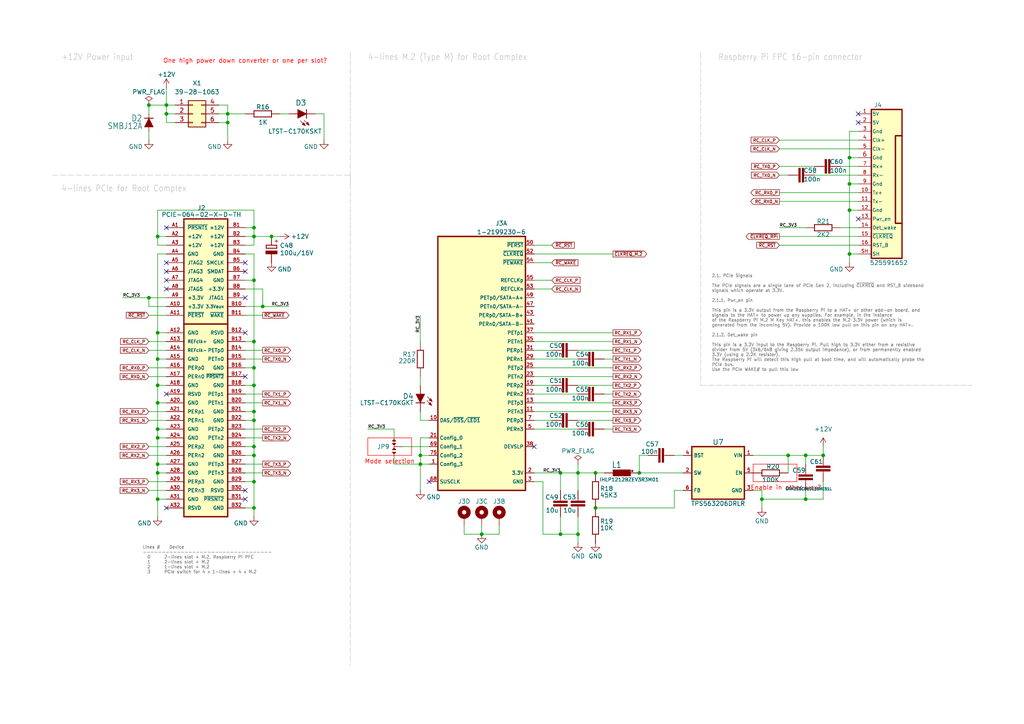
<source format=kicad_sch>
(kicad_sch (version 20231120) (generator "eeschema") (generator_version "8.0")
  (paper "A4")
  (title_block (date "2025-01-28") (rev "r1B1") (company "Chili.CHIPS"))
  (junction (at 185.42 137.16))
  (junction (at 246.38 60.96))
  (junction (at 162.56 137.16))
  (junction (at 121.92 132.08))
  (junction (at 246.38 73.66))
  (junction (at 167.64 154.94))
  (junction (at 73.66 106.68))
  (junction (at 172.72 147.32))
  (junction (at 73.66 121.92))
  (junction (at 78.74 68.58))
  (junction (at 73.66 68.58))
  (junction (at 220.98 144.78))
  (junction (at 233.68 144.78))
  (junction (at 139.7 154.94))
  (junction (at 45.72 116.84))
  (junction (at 228.6 132.08))
  (junction (at 45.72 124.46))
  (junction (at 167.64 137.16))
  (junction (at 73.66 66.04))
  (junction (at 45.72 68.58))
  (junction (at 45.72 96.52))
  (junction (at 233.68 132.08))
  (junction (at 73.66 111.76))
  (junction (at 76.2 88.9))
  (junction (at 73.66 129.54))
  (junction (at 43.18 86.36))
  (junction (at 73.66 99.06))
  (junction (at 43.18 30.48))
  (junction (at 73.66 147.32))
  (junction (at 45.72 134.62))
  (junction (at 45.72 127))
  (junction (at 73.66 132.08))
  (junction (at 45.72 144.78))
  (junction (at 66.04 35.56))
  (junction (at 45.72 111.76))
  (junction (at 246.38 45.72))
  (junction (at 45.72 137.16))
  (junction (at 121.92 134.62))
  (junction (at 73.66 81.28))
  (junction (at 238.76 132.08))
  (junction (at 73.66 119.38))
  (junction (at 48.26 30.48))
  (junction (at 172.72 137.16))
  (junction (at 45.72 104.14))
  (junction (at 246.38 53.34))
  (junction (at 73.66 139.7))
  (junction (at 162.56 154.94))
  (junction (at 66.04 33.02))
  (junction (at 48.26 33.02))
  (no_connect (at 71.12 96.52))
  (no_connect (at 48.26 147.32))
  (no_connect (at 48.26 78.74))
  (no_connect (at 71.12 109.22))
  (no_connect (at 48.26 66.04))
  (no_connect (at 48.26 76.2))
  (no_connect (at 124.46 139.7))
  (no_connect (at 71.12 144.78))
  (no_connect (at 248.92 63.5))
  (no_connect (at 71.12 142.24))
  (no_connect (at 71.12 76.2))
  (no_connect (at 248.92 33.02))
  (no_connect (at 71.12 78.74))
  (no_connect (at 154.94 129.54))
  (no_connect (at 71.12 86.36))
  (no_connect (at 48.26 81.28))
  (no_connect (at 248.92 35.56))
  (no_connect (at 48.26 114.3))
  (no_connect (at 48.26 83.82))
  (wire (pts (xy 71.12 124.46) (xy 76.2 124.46)))
  (wire (pts (xy 198.12 142.24) (xy 195.58 142.24)))
  (wire (pts (xy 45.72 68.58) (xy 45.72 71.12)))
  (wire (pts (xy 71.12 106.68) (xy 73.66 106.68)))
  (wire (pts (xy 45.72 134.62) (xy 45.72 137.16)))
  (wire (pts (xy 233.68 132.08) (xy 228.6 132.08)))
  (wire (pts (xy 187.96 147.32) (xy 172.72 147.32)) (stroke (width 0.1524)))
  (wire (pts (xy 248.92 38.1) (xy 246.38 38.1)))
  (wire (pts (xy 73.66 71.12) (xy 71.12 71.12)))
  (wire (pts (xy 71.12 83.82) (xy 76.2 83.82)))
  (wire (pts (xy 73.66 111.76) (xy 73.66 119.38)))
  (wire (pts (xy 246.38 38.1) (xy 246.38 45.72)))
  (wire (pts (xy 167.64 104.14) (xy 154.94 104.14)))
  (wire (pts (xy 45.72 144.78) (xy 48.26 144.78)))
  (wire (pts (xy 124.46 121.92) (xy 121.92 121.92)))
  (wire (pts (xy 162.56 154.94) (xy 157.48 154.94)))
  (wire (pts (xy 198.12 137.16) (xy 185.42 137.16)))
  (wire (pts (xy 71.12 114.3) (xy 76.2 114.3)))
  (wire (pts (xy 233.68 144.78) (xy 233.68 142.24)))
  (wire (pts (xy 43.18 109.22) (xy 48.26 109.22)))
  (wire (pts (xy 63.5 35.56) (xy 66.04 35.56)))
  (wire (pts (xy 160.02 101.6) (xy 154.94 101.6)))
  (wire (pts (xy 233.68 132.08) (xy 233.68 134.62)))
  (wire (pts (xy 116.84 129.54) (xy 124.46 129.54)))
  (wire (pts (xy 226.06 43.18) (xy 248.92 43.18)))
  (wire (pts (xy 121.92 91.44) (xy 121.92 99.06)))
  (wire (pts (xy 45.72 104.14) (xy 48.26 104.14)))
  (wire (pts (xy 121.92 127) (xy 121.92 132.08)))
  (wire (pts (xy 71.12 101.6) (xy 76.2 101.6)))
  (wire (pts (xy 121.92 134.62) (xy 114.3 134.62)))
  (wire (pts (xy 71.12 116.84) (xy 76.2 116.84)))
  (wire (pts (xy 243.84 66.04) (xy 248.92 66.04)))
  (wire (pts (xy 167.64 142.24) (xy 167.64 137.16)) (stroke (width 0.1524)))
  (wire (pts (xy 177.8 114.3) (xy 175.26 114.3)))
  (wire (pts (xy 71.12 147.32) (xy 73.66 147.32)))
  (wire (pts (xy 226.06 40.64) (xy 248.92 40.64)))
  (wire (pts (xy 73.66 68.58) (xy 78.74 68.58)))
  (wire (pts (xy 167.64 154.94) (xy 162.56 154.94)))
  (wire (pts (xy 106.68 124.46) (xy 114.3 124.46)))
  (wire (pts (xy 243.84 48.26) (xy 248.92 48.26)))
  (wire (pts (xy 45.72 73.66) (xy 45.72 96.52)))
  (wire (pts (xy 218.44 142.24) (xy 220.98 142.24)))
  (wire (pts (xy 73.66 139.7) (xy 73.66 147.32)))
  (wire (pts (xy 73.66 81.28) (xy 73.66 99.06)))
  (wire (pts (xy 160.02 111.76) (xy 154.94 111.76)))
  (wire (pts (xy 154.94 73.66) (xy 177.8 73.66)))
  (wire (pts (xy 76.2 88.9) (xy 83.82 88.9)))
  (wire (pts (xy 81.28 33.02) (xy 83.82 33.02)))
  (wire (pts (xy 139.7 154.94) (xy 134.62 154.94)))
  (wire (pts (xy 195.58 147.32) (xy 187.96 147.32)))
  (wire (pts (xy 73.66 132.08) (xy 73.66 139.7)))
  (wire (pts (xy 48.26 35.56) (xy 48.26 33.02)))
  (wire (pts (xy 226.06 58.42) (xy 248.92 58.42)))
  (wire (pts (xy 45.72 104.14) (xy 45.72 111.76)))
  (wire (pts (xy 73.66 147.32) (xy 73.66 149.86)))
  (wire (pts (xy 238.76 132.08) (xy 233.68 132.08)))
  (wire (pts (xy 177.8 104.14) (xy 175.26 104.14)))
  (wire (pts (xy 160.02 83.82) (xy 154.94 83.82)))
  (wire (pts (xy 48.26 73.66) (xy 45.72 73.66)))
  (wire (pts (xy 114.3 124.46) (xy 114.3 127)))
  (wire (pts (xy 73.66 60.96) (xy 73.66 66.04)))
  (wire (pts (xy 233.68 144.78) (xy 238.76 144.78)))
  (wire (pts (xy 71.12 88.9) (xy 76.2 88.9)))
  (wire (pts (xy 93.98 33.02) (xy 91.44 33.02)))
  (wire (pts (xy 50.8 30.48) (xy 48.26 30.48)))
  (wire (pts (xy 76.2 83.82) (xy 76.2 88.9)))
  (wire (pts (xy 43.18 86.36) (xy 35.56 86.36)))
  (wire (pts (xy 220.98 142.24) (xy 220.98 144.78)))
  (wire (pts (xy 172.72 137.16) (xy 167.64 137.16)) (stroke (width 0.1524)))
  (wire (pts (xy 228.6 132.08) (xy 218.44 132.08)))
  (wire (pts (xy 154.94 76.2) (xy 160.02 76.2)))
  (wire (pts (xy 177.8 121.92) (xy 167.64 121.92)))
  (wire (pts (xy 226.06 66.04) (xy 233.68 66.04)))
  (wire (pts (xy 71.12 121.92) (xy 73.66 121.92)))
  (wire (pts (xy 144.78 154.94) (xy 139.7 154.94)))
  (wire (pts (xy 177.8 99.06) (xy 154.94 99.06)))
  (wire (pts (xy 246.38 73.66) (xy 246.38 76.2)))
  (wire (pts (xy 45.72 111.76) (xy 48.26 111.76)))
  (wire (pts (xy 160.02 121.92) (xy 154.94 121.92)))
  (wire (pts (xy 43.18 99.06) (xy 48.26 99.06)))
  (wire (pts (xy 43.18 121.92) (xy 48.26 121.92)))
  (wire (pts (xy 45.72 127) (xy 45.72 134.62)))
  (wire (pts (xy 43.18 91.44) (xy 48.26 91.44)))
  (wire (pts (xy 71.12 66.04) (xy 73.66 66.04)))
  (wire (pts (xy 71.12 111.76) (xy 73.66 111.76)))
  (wire (pts (xy 43.18 119.38) (xy 48.26 119.38)))
  (wire (pts (xy 73.66 73.66) (xy 73.66 81.28)))
  (wire (pts (xy 50.8 35.56) (xy 48.26 35.56)))
  (wire (pts (xy 177.8 116.84) (xy 154.94 116.84)))
  (wire (pts (xy 121.92 134.62) (xy 121.92 142.24)))
  (wire (pts (xy 45.72 137.16) (xy 45.72 144.78)))
  (wire (pts (xy 121.92 109.22) (xy 121.92 111.76)))
  (wire (pts (xy 167.64 134.62) (xy 167.64 137.16)))
  (wire (pts (xy 43.18 139.7) (xy 48.26 139.7)))
  (wire (pts (xy 73.66 99.06) (xy 73.66 106.68)))
  (wire (pts (xy 43.18 106.68) (xy 48.26 106.68)))
  (wire (pts (xy 43.18 30.48) (xy 43.18 33.02)))
  (wire (pts (xy 71.12 132.08) (xy 73.66 132.08)))
  (wire (pts (xy 246.38 60.96) (xy 246.38 73.66)))
  (wire (pts (xy 220.98 144.78) (xy 233.68 144.78)))
  (wire (pts (xy 160.02 71.12) (xy 154.94 71.12)))
  (wire (pts (xy 177.8 101.6) (xy 167.64 101.6)))
  (wire (pts (xy 167.64 149.86) (xy 167.64 154.94)) (stroke (width 0.1524)))
  (wire (pts (xy 236.22 50.8) (xy 248.92 50.8)))
  (wire (pts (xy 177.8 96.52) (xy 154.94 96.52)))
  (wire (pts (xy 73.66 66.04) (xy 73.66 68.58)))
  (wire (pts (xy 226.06 71.12) (xy 248.92 71.12)))
  (wire (pts (xy 71.12 68.58) (xy 73.66 68.58)))
  (wire (pts (xy 43.18 132.08) (xy 48.26 132.08)))
  (polyline (pts (xy 203.2 111.76) (xy 281.94 111.76)) (stroke (width 0.1524) (type dash) (color 194 194 194 1)))
  (wire (pts (xy 48.26 86.36) (xy 43.18 86.36)))
  (wire (pts (xy 139.7 152.4) (xy 139.7 154.94)))
  (wire (pts (xy 45.72 60.96) (xy 73.66 60.96)))
  (wire (pts (xy 66.04 30.48) (xy 66.04 33.02)))
  (wire (pts (xy 246.38 60.96) (xy 248.92 60.96)))
  (wire (pts (xy 45.72 124.46) (xy 48.26 124.46)))
  (wire (pts (xy 134.62 152.4) (xy 134.62 154.94)))
  (wire (pts (xy 167.64 137.16) (xy 162.56 137.16)) (stroke (width 0.1524)))
  (wire (pts (xy 121.92 132.08) (xy 121.92 134.62)))
  (wire (pts (xy 187.96 132.08) (xy 185.42 132.08)) (stroke (width 0.1524)))
  (wire (pts (xy 45.72 116.84) (xy 45.72 124.46)))
  (wire (pts (xy 45.72 144.78) (xy 45.72 149.86)))
  (wire (pts (xy 45.72 134.62) (xy 48.26 134.62)))
  (wire (pts (xy 185.42 132.08) (xy 185.42 137.16)) (stroke (width 0.1524)))
  (wire (pts (xy 177.8 124.46) (xy 175.26 124.46)))
  (wire (pts (xy 226.06 50.8) (xy 228.6 50.8)))
  (wire (pts (xy 73.66 119.38) (xy 73.66 121.92)))
  (wire (pts (xy 246.38 45.72) (xy 248.92 45.72)))
  (wire (pts (xy 48.26 68.58) (xy 45.72 68.58)))
  (wire (pts (xy 48.26 88.9) (xy 43.18 88.9)))
  (wire (pts (xy 73.66 106.68) (xy 73.66 111.76)))
  (wire (pts (xy 124.46 134.62) (xy 121.92 134.62)))
  (wire (pts (xy 195.58 142.24) (xy 195.58 147.32)))
  (wire (pts (xy 238.76 144.78) (xy 238.76 139.7)))
  (wire (pts (xy 45.72 116.84) (xy 48.26 116.84)))
  (wire (pts (xy 71.12 119.38) (xy 73.66 119.38)))
  (wire (pts (xy 114.3 134.62) (xy 114.3 132.08)))
  (wire (pts (xy 226.06 48.26) (xy 236.22 48.26)))
  (wire (pts (xy 177.8 111.76) (xy 167.64 111.76)))
  (wire (pts (xy 246.38 53.34) (xy 248.92 53.34)))
  (wire (pts (xy 162.56 137.16) (xy 162.56 142.24)))
  (wire (pts (xy 177.8 119.38) (xy 154.94 119.38)))
  (wire (pts (xy 73.66 121.92) (xy 73.66 129.54)))
  (wire (pts (xy 48.26 25.4) (xy 48.26 30.48)))
  (wire (pts (xy 248.92 73.66) (xy 246.38 73.66)))
  (wire (pts (xy 124.46 132.08) (xy 121.92 132.08)))
  (wire (pts (xy 157.48 139.7) (xy 157.48 154.94)))
  (wire (pts (xy 45.72 111.76) (xy 45.72 116.84)))
  (wire (pts (xy 45.72 137.16) (xy 48.26 137.16)))
  (wire (pts (xy 162.56 149.86) (xy 162.56 154.94)))
  (wire (pts (xy 246.38 45.72) (xy 246.38 53.34)))
  (wire (pts (xy 48.26 30.48) (xy 43.18 30.48)))
  (wire (pts (xy 154.94 139.7) (xy 157.48 139.7)))
  (wire (pts (xy 73.66 129.54) (xy 73.66 132.08)))
  (wire (pts (xy 66.04 33.02) (xy 71.12 33.02)))
  (wire (pts (xy 43.18 38.1) (xy 43.18 40.64)))
  (wire (pts (xy 43.18 142.24) (xy 48.26 142.24)))
  (wire (pts (xy 43.18 101.6) (xy 48.26 101.6)))
  (wire (pts (xy 43.18 88.9) (xy 43.18 86.36)))
  (wire (pts (xy 66.04 33.02) (xy 66.04 35.56)))
  (wire (pts (xy 78.74 68.58) (xy 81.28 68.58)))
  (wire (pts (xy 93.98 33.02) (xy 93.98 40.64)))
  (wire (pts (xy 160.02 81.28) (xy 154.94 81.28)))
  (wire (pts (xy 71.12 81.28) (xy 73.66 81.28)))
  (wire (pts (xy 167.64 114.3) (xy 154.94 114.3)))
  (wire (pts (xy 63.5 33.02) (xy 66.04 33.02)))
  (wire (pts (xy 71.12 104.14) (xy 76.2 104.14)))
  (wire (pts (xy 45.72 127) (xy 48.26 127)))
  (wire (pts (xy 226.06 68.58) (xy 248.92 68.58)))
  (wire (pts (xy 71.12 91.44) (xy 76.2 91.44)))
  (wire (pts (xy 66.04 35.56) (xy 66.04 40.64)))
  (wire (pts (xy 238.76 129.54) (xy 238.76 132.08)))
  (polyline (pts (xy 203.2 15.24) (xy 203.2 111.76)) (stroke (width 0.1524) (type dash) (color 194 194 194 1)))
  (wire (pts (xy 228.6 132.08) (xy 228.6 137.16)))
  (wire (pts (xy 175.26 137.16) (xy 172.72 137.16)) (stroke (width 0.1524)))
  (wire (pts (xy 45.72 96.52) (xy 48.26 96.52)))
  (wire (pts (xy 71.12 129.54) (xy 73.66 129.54)))
  (wire (pts (xy 71.12 137.16) (xy 76.2 137.16)))
  (wire (pts (xy 177.8 109.22) (xy 154.94 109.22)))
  (wire (pts (xy 71.12 134.62) (xy 76.2 134.62)))
  (wire (pts (xy 167.64 124.46) (xy 154.94 124.46)))
  (polyline (pts (xy 101.6 50.8) (xy 101.6 193.04)) (stroke (width 0.1524) (type dash) (color 194 194 194 1)))
  (wire (pts (xy 246.38 53.34) (xy 246.38 60.96)))
  (wire (pts (xy 121.92 121.92) (xy 121.92 119.38)))
  (polyline (pts (xy 101.6 15.24) (xy 101.6 53.34)) (stroke (width 0.1524) (type dash) (color 194 194 194 1)))
  (wire (pts (xy 45.72 71.12) (xy 48.26 71.12)))
  (wire (pts (xy 45.72 96.52) (xy 45.72 104.14)))
  (wire (pts (xy 71.12 139.7) (xy 73.66 139.7)))
  (wire (pts (xy 63.5 30.48) (xy 66.04 30.48)))
  (wire (pts (xy 144.78 152.4) (xy 144.78 154.94)))
  (wire (pts (xy 71.12 99.06) (xy 73.66 99.06)))
  (wire (pts (xy 167.64 154.94) (xy 167.64 157.48)))
  (wire (pts (xy 73.66 68.58) (xy 73.66 71.12)))
  (polyline (pts (xy 15.24 50.8) (xy 101.6 50.8)) (stroke (width 0.1524) (type dash) (color 194 194 194 1)))
  (wire (pts (xy 226.06 55.88) (xy 248.92 55.88)))
  (wire (pts (xy 71.12 127) (xy 76.2 127)))
  (wire (pts (xy 45.72 124.46) (xy 45.72 127)))
  (wire (pts (xy 48.26 33.02) (xy 48.26 30.48)))
  (wire (pts (xy 220.98 144.78) (xy 220.98 147.32)))
  (wire (pts (xy 198.12 132.08) (xy 195.58 132.08)))
  (wire (pts (xy 177.8 106.68) (xy 154.94 106.68)))
  (wire (pts (xy 124.46 127) (xy 121.92 127)))
  (wire (pts (xy 48.26 33.02) (xy 50.8 33.02)))
  (wire (pts (xy 45.72 68.58) (xy 45.72 60.96)))
  (wire (pts (xy 71.12 73.66) (xy 73.66 73.66)))
  (wire (pts (xy 162.56 137.16) (xy 154.94 137.16)))
  (wire (pts (xy 43.18 129.54) (xy 48.26 129.54)))
  (rectangle (start 106.68 127) (end 119.38 132.08) (stroke (width 0) (color 255 0 0 1)))
  (rectangle (start 218.44 134.62) (end 231.14 139.7) (stroke (width 0) (color 255 0 0 1)))
  (text_box "Lines #    Device\n----------------------------------\n  0      2-lines slot + M.2, Raspberry Pi PFC    \n  1      2-lines slot + M.2\n  2      1-lines slot + M.2\n  3      PCIe switch for 4 x 1-lines + 4 x M.2" (at 40.64 157.48 0) (size 40.64 10.16) (stroke (width -0.0001)) (effects (font (size 0.889 0.889)) (justify left top)))
  (text_box "2.1. PCIe Signals\n\nThe PCIe signals are a single lane of PCIe Gen 2, including ~{CLKREQ} and RST_B sideband signals which operate at 3.3V.\n\n2.1.1. Pwr_en pin\n\nThis pin is a 3.3V output from the Raspberry Pi to a HAT+ or other add-on board, and signals to the HAT+ to power up any supplies. For example, in the instance \nof the Raspberry Pi M.2 M Key HAT+, this enables the M.2 3.3V power (which is generated from the incoming 5V). Provide a 100K low pull on this pin on any HAT+.\n\n2.1.2. Det_wake pin\n\nThis pin is a 3.3V input to the Raspberry Pi. Pull high to 3.3V either from a resistive divider from 5V (3k6/6k8 giving 2.35k output impedance), or from permanently enabled 3.3V (using a 2.2K resistor). \nThe Raspberry Pi will detect this high pull at boot time, and will automatically probe the PCIe bus.\nUse the PCIe WAKE# to pull this low" (at 205.74 78.74 0) (size 63.5 17.78) (stroke (width -0.0001)) (effects (font (size 0.889 0.889)) (justify left top)))
  (text "One high power down converter or one per slot?" (at 71.12 17.78 0) (effects (font (size 1.27 1.27))))
  (text "+12V Power input" (at 17.78 17.78 0) (effects (font (size 1.778 1.5113)) (justify left bottom)))
  (text "Mode selection" (at 113.03 133.985 0) (effects (font (size 1.27 1.27))))
  (text "Raspberry Pi FPC 16-pin connector" (at 208.28 17.78 0) (effects (font (size 1.778 1.5113)) (justify left bottom)))
  (text "4-lines PCIe for Root Complex" (at 17.78 55.88 0) (effects (font (size 1.778 1.5113)) (justify left bottom)))
  (text "4-lines M.2 (Type M) for Root Complex" (at 106.68 17.78 0) (effects (font (size 1.778 1.5113)) (justify left bottom)))
  (text "Enable in other way?" (at 227.965 141.605 0) (effects (font (size 1.27 1.27))))
  (label "RC_3V3" (at 83.82 88.9 180) (effects (font (size 0.889 0.889))))
  (label "RC_3V3" (at 157.48 137.16 0) (effects (font (size 0.889 0.889))))
  (label "RC_3V3" (at 121.92 91.44 270) (effects (font (size 0.889 0.889))))
  (label "RC_3V3" (at 226.06 66.04 0) (effects (font (size 0.889 0.889))))
  (label "RC_3V3" (at 35.56 86.36 0) (effects (font (size 0.889 0.889))))
  (label "RC_3V3" (at 106.68 124.46 0) (effects (font (size 0.889 0.889))))
  (global_label "RC_CLK_N" (shape input) (at 43.18 101.6 180) (effects (font (size 0.889 0.889))) (property "Intersheetrefs" "${INTERSHEET_REFS}" (effects (hide yes))))
  (global_label "~{RC_WAKE}" (shape input) (at 160.02 76.2 0) (effects (font (size 0.889 0.889))) (property "Intersheetrefs" "${INTERSHEET_REFS}" (effects (hide yes))))
  (global_label "RC_TX1_N" (shape output) (at 76.2 116.84 0) (effects (font (size 0.889 0.889))) (property "Intersheetrefs" "${INTERSHEET_REFS}" (effects (hide yes))))
  (global_label "RC_TX0_P" (shape output) (at 76.2 101.6 0) (effects (font (size 0.889 0.889))) (property "Intersheetrefs" "${INTERSHEET_REFS}" (effects (hide yes))))
  (global_label "RC_RX3_N" (shape input) (at 43.18 142.24 180) (effects (font (size 0.889 0.889))) (property "Intersheetrefs" "${INTERSHEET_REFS}" (effects (hide yes))))
  (global_label "RC_RX1_P" (shape output) (at 177.8 96.52 0) (effects (font (size 0.889 0.889))) (property "Intersheetrefs" "${INTERSHEET_REFS}" (effects (hide yes))))
  (global_label "RC_TX2_P" (shape output) (at 76.2 124.46 0) (effects (font (size 0.889 0.889))) (property "Intersheetrefs" "${INTERSHEET_REFS}" (effects (hide yes))))
  (global_label "RC_RX1_P" (shape input) (at 43.18 119.38 180) (effects (font (size 0.889 0.889))) (property "Intersheetrefs" "${INTERSHEET_REFS}" (effects (hide yes))))
  (global_label "RC_RX3_N" (shape output) (at 177.8 119.38 0) (effects (font (size 0.889 0.889))) (property "Intersheetrefs" "${INTERSHEET_REFS}" (effects (hide yes))))
  (global_label "RC_TX1_P" (shape output) (at 177.8 101.6 0) (effects (font (size 0.889 0.889))) (property "Intersheetrefs" "${INTERSHEET_REFS}" (effects (hide yes))))
  (global_label "RC_RX0_N" (shape input) (at 43.18 109.22 180) (effects (font (size 0.889 0.889))) (property "Intersheetrefs" "${INTERSHEET_REFS}" (effects (hide yes))))
  (global_label "RC_TX0_P" (shape input) (at 226.06 48.26 180) (effects (font (size 0.889 0.889))) (property "Intersheetrefs" "${INTERSHEET_REFS}" (effects (hide yes))))
  (global_label "RC_RX2_N" (shape output) (at 177.8 109.22 0) (effects (font (size 0.889 0.889))) (property "Intersheetrefs" "${INTERSHEET_REFS}" (effects (hide yes))))
  (global_label "~{RC_RST}" (shape input) (at 43.18 91.44 180) (effects (font (size 0.889 0.889))) (property "Intersheetrefs" "${INTERSHEET_REFS}" (effects (hide yes))))
  (global_label "RC_TX2_P" (shape output) (at 177.8 111.76 0) (effects (font (size 0.889 0.889))) (property "Intersheetrefs" "${INTERSHEET_REFS}" (effects (hide yes))))
  (global_label "RC_CLK_N" (shape input) (at 160.02 83.82 0) (effects (font (size 0.889 0.889))) (property "Intersheetrefs" "${INTERSHEET_REFS}" (effects (hide yes))))
  (global_label "RC_CLK_P" (shape input) (at 160.02 81.28 0) (effects (font (size 0.889 0.889))) (property "Intersheetrefs" "${INTERSHEET_REFS}" (effects (hide yes))))
  (global_label "RC_TX2_N" (shape output) (at 177.8 114.3 0) (effects (font (size 0.889 0.889))) (property "Intersheetrefs" "${INTERSHEET_REFS}" (effects (hide yes))))
  (global_label "RC_CLK_N" (shape input) (at 226.06 43.18 180) (effects (font (size 0.889 0.889))) (property "Intersheetrefs" "${INTERSHEET_REFS}" (effects (hide yes))))
  (global_label "RC_TX0_N" (shape output) (at 76.2 104.14 0) (effects (font (size 0.889 0.889))) (property "Intersheetrefs" "${INTERSHEET_REFS}" (effects (hide yes))))
  (global_label "~{CLKREQ_M.2}" (shape output) (at 177.8 73.66 0) (effects (font (size 0.889 0.889))) (property "Intersheetrefs" "${INTERSHEET_REFS}" (effects (hide yes))))
  (global_label "RC_RX3_P" (shape input) (at 43.18 139.7 180) (effects (font (size 0.889 0.889))) (property "Intersheetrefs" "${INTERSHEET_REFS}" (effects (hide yes))))
  (global_label "~{RC_RST}" (shape input) (at 226.06 71.12 180) (effects (font (size 0.889 0.889))) (property "Intersheetrefs" "${INTERSHEET_REFS}" (effects (hide yes))))
  (global_label "RC_RX0_N" (shape output) (at 226.06 58.42 180) (effects (font (size 0.889 0.889))) (property "Intersheetrefs" "${INTERSHEET_REFS}" (effects (hide yes))))
  (global_label "RC_CLK_P" (shape input) (at 43.18 99.06 180) (effects (font (size 0.889 0.889))) (property "Intersheetrefs" "${INTERSHEET_REFS}" (effects (hide yes))))
  (global_label "RC_TX3_P" (shape output) (at 76.2 134.62 0) (effects (font (size 0.889 0.889))) (property "Intersheetrefs" "${INTERSHEET_REFS}" (effects (hide yes))))
  (global_label "RC_TX2_N" (shape output) (at 76.2 127 0) (effects (font (size 0.889 0.889))) (property "Intersheetrefs" "${INTERSHEET_REFS}" (effects (hide yes))))
  (global_label "RC_TX3_P" (shape output) (at 177.8 121.92 0) (effects (font (size 0.889 0.889))) (property "Intersheetrefs" "${INTERSHEET_REFS}" (effects (hide yes))))
  (global_label "RC_RX3_P" (shape output) (at 177.8 116.84 0) (effects (font (size 0.889 0.889))) (property "Intersheetrefs" "${INTERSHEET_REFS}" (effects (hide yes))))
  (global_label "RC_TX1_N" (shape output) (at 177.8 104.14 0) (effects (font (size 0.889 0.889))) (property "Intersheetrefs" "${INTERSHEET_REFS}" (effects (hide yes))))
  (global_label "~{RC_RST}" (shape input) (at 160.02 71.12 0) (effects (font (size 0.889 0.889))) (property "Intersheetrefs" "${INTERSHEET_REFS}" (effects (hide yes))))
  (global_label "RC_TX0_N" (shape input) (at 226.06 50.8 180) (effects (font (size 0.889 0.889))) (property "Intersheetrefs" "${INTERSHEET_REFS}" (effects (hide yes))))
  (global_label "RC_RX2_N" (shape input) (at 43.18 132.08 180) (effects (font (size 0.889 0.889))) (property "Intersheetrefs" "${INTERSHEET_REFS}" (effects (hide yes))))
  (global_label "RC_RX1_N" (shape input) (at 43.18 121.92 180) (effects (font (size 0.889 0.889))) (property "Intersheetrefs" "${INTERSHEET_REFS}" (effects (hide yes))))
  (global_label "RC_RX0_P" (shape output) (at 226.06 55.88 180) (effects (font (size 0.889 0.889))) (property "Intersheetrefs" "${INTERSHEET_REFS}" (effects (hide yes))))
  (global_label "RC_TX3_N" (shape output) (at 177.8 124.46 0) (effects (font (size 0.889 0.889))) (property "Intersheetrefs" "${INTERSHEET_REFS}" (effects (hide yes))))
  (global_label "RC_RX0_P" (shape input) (at 43.18 106.68 180) (effects (font (size 0.889 0.889))) (property "Intersheetrefs" "${INTERSHEET_REFS}" (effects (hide yes))))
  (global_label "~{RC_WAKE}" (shape output) (at 76.2 91.44 0) (effects (font (size 0.889 0.889))) (property "Intersheetrefs" "${INTERSHEET_REFS}" (effects (hide yes))))
  (global_label "RC_RX2_P" (shape output) (at 177.8 106.68 0) (effects (font (size 0.889 0.889))) (property "Intersheetrefs" "${INTERSHEET_REFS}" (effects (hide yes))))
  (global_label "RC_CLK_P" (shape input) (at 226.06 40.64 180) (effects (font (size 0.889 0.889))) (property "Intersheetrefs" "${INTERSHEET_REFS}" (effects (hide yes))))
  (global_label "RC_RX2_P" (shape input) (at 43.18 129.54 180) (effects (font (size 0.889 0.889))) (property "Intersheetrefs" "${INTERSHEET_REFS}" (effects (hide yes))))
  (global_label "RC_TX3_N" (shape output) (at 76.2 137.16 0) (effects (font (size 0.889 0.889))) (property "Intersheetrefs" "${INTERSHEET_REFS}" (effects (hide yes))))
  (global_label "~{CLKREQ_RPI}" (shape output) (at 226.06 68.58 180) (effects (font (size 0.889 0.889))) (property "Intersheetrefs" "${INTERSHEET_REFS}" (effects (hide yes))))
  (global_label "RC_TX1_P" (shape output) (at 76.2 114.3 0) (effects (font (size 0.889 0.889))) (property "Intersheetrefs" "${INTERSHEET_REFS}" (effects (hide yes))))
  (global_label "RC_RX1_N" (shape output) (at 177.8 99.06 0) (effects (font (size 0.889 0.889))) (property "Intersheetrefs" "${INTERSHEET_REFS}" (effects (hide yes))))
  (symbol (lib_id "power:GND") (at 93.98 40.64 0) (mirror y) (unit 1)
    (property "Reference" "#PWR053" (effects (hide yes)))
    (property "Value" "GND" (at 90.17 42.545 0))
    (property "Description" "Power symbol creates a global label with name \"GND\" , ground" (effects (hide yes)))
  )
  (symbol (lib_id "PCM_Chili-chips:Raspberry Pi FPC") (at 248.92 33.02 0) (unit 1)
    (property "Reference" "J4" (at 254.635 30.48 0))
    (property "Value" "525591652" (at 257.81 76.2 0))
    (property "Footprint" "PCM_Chili-chips:525591652" (effects (hide yes)))
  )
  (symbol (lib_id "power:GND") (at 167.64 157.48 0) (unit 1)
    (property "Reference" "#PWR056" (effects (hide yes)))
    (property "Value" "GND" (at 167.64 161.29 0))
    (property "Description" "Power symbol creates a global label with name \"GND\" , ground" (effects (hide yes)))
  )
  (symbol (lib_id "PCM_Chili-chips:Bus_M.2_Socket (with holes) 80 mm") (at 139.7 152.4 0) (mirror y) (unit 3)
    (property "Reference" "J3" (at 139.7 145.415 0))
    (property "Value" "1-2199230-6" (effects (hide yes)))
    (property "Footprint" "PCM_Chili-chips:1-2199230-6 with holes (80 mm)" (effects (hide yes)))
  )
  (symbol (lib_id "power:GND") (at 73.66 149.86 0) (mirror y) (unit 1)
    (property "Reference" "#PWR050" (effects (hide yes)))
    (property "Value" "GND" (at 69.85 151.765 0))
    (property "Description" "Power symbol creates a global label with name \"GND\" , ground" (effects (hide yes)))
  )
  (symbol (lib_id "PCM_EEZ_passives:R-EU") (at 172.72 152.4 0) (unit 1)
    (property "Reference" "R19" (at 173.99 150.495 0) (effects (justify left top)))
    (property "Value" "10K" (at 173.99 152.4 0) (effects (justify left top)))
    (property "Footprint" "PCM_EEZ_passives:R_0603_1608Metric" (effects (hide yes)))
    (property "DigiKey" "13-RC0603FR-1310KLCT-ND" (effects (hide yes)))
    (property "Mouser" "603-RC0603FR-1310KL" (effects (hide yes)))
    (property "TME" "RC0603FR-1310KL" (effects (hide yes)))
  )
  (symbol (lib_id "PCM_EEZ_passives:C-EU") (at 167.64 147.32 0) (mirror x) (unit 1)
    (property "Reference" "C53" (at 167.132 144.9324 0) (effects (justify right top)))
    (property "Value" "10u" (at 167.132 148.7424 0) (effects (justify right top)))
    (property "Footprint" "PCM_EEZ_passives:C_0805_2012Metric" (effects (hide yes)))
    (property "DigiKey" "1276-1052-6-ND" (effects (hide yes)))
    (property "Mouser" "187-CL21A106KPFNNNE" (effects (hide yes)))
    (property "TME" "CL21A106KPFNNNE" (effects (hide yes)))
  )
  (symbol (lib_id "PCM_EEZ_passives:C-EU") (at 172.72 114.3 270) (mirror x) (unit 1)
    (property "Reference" "C55" (at 170.815 113.665 90) (effects (justify right top)))
    (property "Value" "100n" (at 170.815 116.205 90) (effects (justify right top)))
    (property "Footprint" "PCM_EEZ_passives:C_0603_1608Metric" (effects (hide yes)))
    (property "DigiKey" "1276-1000-1-ND" (effects (hide yes)))
    (property "Mouser" "187-CL10B104KB8NNNC " (effects (hide yes)))
    (property "TME" "CL10B104KB8NNNC" (effects (hide yes)))
  )
  (symbol (lib_id "PCM_EEZ_passives:C-EU") (at 172.72 104.14 270) (mirror x) (unit 1)
    (property "Reference" "C54" (at 170.815 103.505 90) (effects (justify right top)))
    (property "Value" "100n" (at 170.815 106.045 90) (effects (justify right top)))
    (property "Footprint" "PCM_EEZ_passives:C_0603_1608Metric" (effects (hide yes)))
    (property "DigiKey" "1276-1000-1-ND" (effects (hide yes)))
    (property "Mouser" "187-CL10B104KB8NNNC " (effects (hide yes)))
    (property "TME" "CL10B104KB8NNNC" (effects (hide yes)))
  )
  (symbol (lib_id "power:GND") (at 220.98 147.32 0) (unit 1)
    (property "Reference" "#PWR058" (effects (hide yes)))
    (property "Value" "GND" (at 220.98 151.13 0))
    (property "Description" "Power symbol creates a global label with name \"GND\" , ground" (effects (hide yes)))
  )
  (symbol (lib_id "PCM_EEZ_passives:R-EU") (at 223.52 137.16 270) (unit 1)
    (property "Reference" "R20" (at 222.25 134.62 90) (effects (justify left top)))
    (property "Value" "100K" (at 220.98 138.43 90) (effects (justify left top)))
    (property "Footprint" "PCM_EEZ_passives:R_0603_1608Metric" (effects (hide yes)))
    (property "DigiKey" "P52.3KDBCT-ND" (effects (hide yes)))
    (property "Mouser" "667-ERA-3AEB5232V" (effects (hide yes)))
    (property "TME" "ERA3AEB5232V" (effects (hide yes)))
  )
  (symbol (lib_id "PCM_Chili-chips:Bus_M.2_Socket (with holes) 80 mm") (at 144.78 152.4 0) (mirror y) (unit 2)
    (property "Reference" "J3" (at 144.78 145.415 0))
    (property "Value" "1-2199230-6" (effects (hide yes)))
    (property "Footprint" "PCM_Chili-chips:1-2199230-6 with holes (80 mm)" (effects (hide yes)))
  )
  (symbol (lib_id "power:PWR_FLAG") (at 167.64 134.62 0) (mirror y) (unit 1)
    (property "Reference" "#FLG02" (effects (hide yes)))
    (property "Value" "PWR_FLAG" (at 167.64 130.81 0))
    (property "Description" "Special symbol for telling ERC where power comes from" (effects (hide yes)))
  )
  (symbol (lib_id "power:GND") (at 172.72 157.48 0) (unit 1)
    (property "Reference" "#PWR057" (effects (hide yes)))
    (property "Value" "GND" (at 172.72 161.29 0))
    (property "Description" "Power symbol creates a global label with name \"GND\" , ground" (effects (hide yes)))
  )
  (symbol (lib_id "PCM_EEZ_passives:R-EU") (at 172.72 142.24 0) (unit 1)
    (property "Reference" "R18" (at 173.99 140.97 0) (effects (justify left top)))
    (property "Value" "45K3" (at 173.99 142.875 0) (effects (justify left top)))
    (property "Footprint" "PCM_EEZ_passives:R_0603_1608Metric" (effects (hide yes)))
    (property "DigiKey" "P52.3KDBCT-ND" (effects (hide yes)))
    (property "Mouser" "667-ERA-3AEB5232V" (effects (hide yes)))
    (property "TME" "ERA3AEB5232V" (effects (hide yes)))
  )
  (symbol (lib_id "PCM_EEZ_passives:R-EU") (at 76.2 33.02 270) (mirror x) (unit 1)
    (property "Reference" "R16" (at 74.295 31.75 90) (effects (justify left top)))
    (property "Value" "1K" (at 74.93 36.195 90) (effects (justify left top)))
    (property "Footprint" "PCM_EEZ_passives:R_0603_1608Metric" (effects (hide yes)))
  )
  (symbol (lib_id "PCM_EEZ_passives:C-EU") (at 165.1 111.76 270) (mirror x) (unit 1)
    (property "Reference" "C51" (at 163.195 111.125 90) (effects (justify right top)))
    (property "Value" "100n" (at 163.195 113.665 90) (effects (justify right top)))
    (property "Footprint" "PCM_EEZ_passives:C_0603_1608Metric" (effects (hide yes)))
    (property "DigiKey" "1276-1000-1-ND" (effects (hide yes)))
    (property "Mouser" "187-CL10B104KB8NNNC " (effects (hide yes)))
    (property "TME" "CL10B104KB8NNNC" (effects (hide yes)))
  )
  (symbol (lib_id "PCM_EEZ_passives:C-EU") (at 238.76 48.26 90) (unit 1)
    (property "Reference" "C60" (at 240.665 47.625 90) (effects (justify right top)))
    (property "Value" "100n" (at 240.665 50.165 90) (effects (justify right top)))
    (property "Footprint" "PCM_EEZ_passives:C_0603_1608Metric" (effects (hide yes)))
    (property "DigiKey" "1276-1000-1-ND" (effects (hide yes)))
    (property "Mouser" "187-CL10B104KB8NNNC " (effects (hide yes)))
    (property "TME" "CL10B104KB8NNNC" (effects (hide yes)))
  )
  (symbol (lib_id "PCM_Chili-chips:Bus_M.2_Socket (with holes) 80 mm") (at 134.62 152.4 0) (mirror y) (unit 4)
    (property "Reference" "J3" (at 134.62 145.415 0))
    (property "Value" "1-2199230-6" (effects (hide yes)))
    (property "Footprint" "PCM_Chili-chips:1-2199230-6 with holes (80 mm)" (effects (hide yes)))
  )
  (symbol (lib_id "PCM_EEZ_passives:L_EU_polarised") (at 180.34 137.16 0) (mirror y) (unit 1)
    (property "Reference" "L1" (at 180.34 135.7884 0) (effects (font (size 1.778 1.5113)) (justify left bottom)))
    (property "Value" "IHLP1212BZEV3R3M01" (at 191.135 139.7 0) (effects (font (size 1.016 1.016)) (justify left bottom)))
    (property "Footprint" "PCM_Chili-chips:IND_IHLP1212BZER3R3M11" (effects (hide yes)))
    (property "TME" "-" (effects (hide yes)))
  )
  (symbol (lib_id "PCM_EEZ_passives:R-EU") (at 238.76 66.04 270) (unit 1)
    (property "Reference" "R21" (at 236.855 63.5 90) (effects (justify left top)))
    (property "Value" "2K2" (at 236.855 67.31 90) (effects (justify left top)))
    (property "Footprint" "PCM_EEZ_passives:R_0603_1608Metric" (effects (hide yes)))
    (property "DigiKey" "P52.3KDBCT-ND" (effects (hide yes)))
    (property "Mouser" "667-ERA-3AEB5232V" (effects (hide yes)))
    (property "TME" "ERA3AEB5232V" (effects (hide yes)))
  )
  (symbol (lib_id "PCM_EEZ_passives:ECAP") (at 78.74 71.12 0) (mirror y) (unit 1)
    (property "Reference" "C48" (at 81.153 70.485 0) (effects (justify right top)))
    (property "Value" "100u/16V" (at 81.153 72.644 0) (effects (justify right top)))
    (property "Footprint" "PCM_EEZ_passives:CAPAE660X610N" (effects (hide yes)))
    (property "DigiKey" "399-3683-1-ND" (effects (hide yes)))
    (property "Mouser" "80-T491A106K0067280" (effects (hide yes)))
    (property "TME" " T491A106K006AT" (effects (hide yes)))
  )
  (symbol (lib_id "power:GND") (at 121.92 142.24 0) (unit 1)
    (property "Reference" "#PWR054" (effects (hide yes)))
    (property "Value" "GND" (at 125.73 144.145 0))
    (property "Description" "Power symbol creates a global label with name \"GND\" , ground" (effects (hide yes)))
  )
  (symbol (lib_id "PCM_EEZ_discretes:DIODE_LED") (at 88.9 33.02 90) (unit 1)
    (property "Reference" "D3" (at 88.9 29.845 90) (effects (font (size 1.524 1.524)) (justify left)))
    (property "Value" "LTST-C170KSKT" (at 93.345 38.1 90) (effects (justify left)))
    (property "Footprint" "PCM_EEZ_SMD:LED_LTST-C170KGKT_LTO-L" (effects (hide yes)))
    (property "DigiKey" "160-1414-2-ND" (effects (hide yes)))
    (property "Mouser" "859-LTST-C170KGKT" (effects (hide yes)))
    (property "TME" "LTST-C170KGKT" (effects (hide yes)))
  )
  (symbol (lib_id "PCM_EEZ_discretes:DIODE_LED") (at 121.92 116.84 0) (mirror y) (unit 1)
    (property "Reference" "D4" (at 120.015 114.935 0) (effects (font (size 1.524 1.524)) (justify left)))
    (property "Value" "LTST-C170KGKT" (at 120.015 116.84 0) (effects (justify left)))
    (property "Footprint" "PCM_EEZ_SMD:LED_LTST-C170KGKT_LTO-L" (effects (hide yes)))
    (property "DigiKey" "160-1414-2-ND" (effects (hide yes)))
    (property "Mouser" "859-LTST-C170KGKT" (effects (hide yes)))
    (property "TME" "LTST-C170KGKT" (effects (hide yes)))
  )
  (symbol (lib_id "power:+12V") (at 48.26 25.4 0) (unit 1)
    (property "Reference" "#PWR048" (effects (hide yes)))
    (property "Value" "+12V" (at 48.26 21.59 0))
    (property "Description" "Power symbol creates a global label with name \"+12V\"" (effects (hide yes)))
  )
  (symbol (lib_id "power:GND") (at 78.74 76.2 0) (unit 1)
    (property "Reference" "#PWR051" (effects (hide yes)))
    (property "Value" "GND" (at 82.55 78.105 0))
    (property "Description" "Power symbol creates a global label with name \"GND\" , ground" (effects (hide yes)))
  )
  (symbol (lib_id "PCM_Chili-chips:PCIE-064-02-X-D-TH") (at 53.34 63.5 0) (unit 1)
    (property "Reference" "J2" (at 58.42 60.325 0))
    (property "Value" "PCIE-064-02-X-D-TH" (at 58.42 62.23 0))
    (property "Footprint" "PCM_Chili-chips:SAMTEC_PCIE-064-02-X-D-TH" (effects (hide yes)))
    (property "Description" "PCIe card connector, 64-pins" (effects (hide yes)))
  )
  (symbol (lib_id "PCM_Chili-chips:Bus_M.2_Socket (with holes) 80 mm") (at 152.4 68.58 0) (mirror y) (unit 1)
    (property "Reference" "J3" (at 145.415 64.77 0))
    (property "Value" "1-2199230-6" (at 145.415 67.31 0))
    (property "Footprint" "PCM_Chili-chips:1-2199230-6 with holes (80 mm)" (effects (hide yes)))
  )
  (symbol (lib_id "power:GND") (at 139.7 154.94 0) (unit 1)
    (property "Reference" "#PWR055" (effects (hide yes)))
    (property "Value" "GND" (at 139.7 158.75 0))
    (property "Description" "Power symbol creates a global label with name \"GND\" , ground" (effects (hide yes)))
  )
  (symbol (lib_id "power:+12V") (at 238.76 129.54 0) (mirror y) (unit 1)
    (property "Reference" "#PWR059" (effects (hide yes)))
    (property "Value" "+12V" (at 238.76 124.46 0))
    (property "Description" "Power symbol creates a global label with name \"+12V\"" (effects (hide yes)))
  )
  (symbol (lib_id "PCM_EEZ_passives:C-EU") (at 165.1 101.6 270) (mirror x) (unit 1)
    (property "Reference" "C50" (at 163.195 100.965 90) (effects (justify right top)))
    (property "Value" "100n" (at 163.195 103.505 90) (effects (justify right top)))
    (property "Footprint" "PCM_EEZ_passives:C_0603_1608Metric" (effects (hide yes)))
    (property "DigiKey" "1276-1000-1-ND" (effects (hide yes)))
    (property "Mouser" "187-CL10B104KB8NNNC " (effects (hide yes)))
    (property "TME" "CL10B104KB8NNNC" (effects (hide yes)))
  )
  (symbol (lib_id "power:GND") (at 246.38 76.2 0) (mirror y) (unit 1)
    (property "Reference" "#PWR060" (effects (hide yes)))
    (property "Value" "GND" (at 242.57 78.105 0))
    (property "Description" "Power symbol creates a global label with name \"GND\" , ground" (effects (hide yes)))
  )
  (symbol (lib_id "PCM_EEZ_passives:C-EU") (at 231.14 50.8 90) (unit 1)
    (property "Reference" "C58" (at 233.045 50.165 90) (effects (justify right top)))
    (property "Value" "100n" (at 233.045 52.705 90) (effects (justify right top)))
    (property "Footprint" "PCM_EEZ_passives:C_0603_1608Metric" (effects (hide yes)))
    (property "DigiKey" "1276-1000-1-ND" (effects (hide yes)))
    (property "Mouser" "187-CL10B104KB8NNNC " (effects (hide yes)))
    (property "TME" "CL10B104KB8NNNC" (effects (hide yes)))
  )
  (symbol (lib_id "power:GND") (at 43.18 40.64 0) (mirror y) (unit 1)
    (property "Reference" "#PWR046" (effects (hide yes)))
    (property "Value" "GND" (at 39.37 42.545 0))
    (property "Description" "Power symbol creates a global label with name \"GND\" , ground" (effects (hide yes)))
  )
  (symbol (lib_id "PCM_Chili-chips:TPS563202DRLR ") (at 215.9 129.54 0) (mirror y) (unit 1)
    (property "Reference" "U7" (at 208.28 128.27 0) (effects (font (size 1.524 1.524))))
    (property "Value" "TPS563206DRLR" (at 208.28 146.05 0))
    (property "Footprint" "PCM_Chili-chips:SOT_07SDRLR_TEX-L" (effects (hide yes)))
    (property "Description" "4.2V to 17V Input, 3A, Synchronous Buck Converter" (effects (hide yes)))
  )
  (symbol (lib_id "power:+12V") (at 81.28 68.58 270) (unit 1)
    (property "Reference" "#PWR052" (effects (hide yes)))
    (property "Value" "+12V" (at 86.995 68.58 90))
    (property "Description" "Power symbol creates a global label with name \"+12V\"" (effects (hide yes)))
  )
  (symbol (lib_id "power:PWR_FLAG") (at 43.18 30.48 0) (mirror y) (unit 1)
    (property "Reference" "#FLG01" (effects (hide yes)))
    (property "Value" "PWR_FLAG" (at 43.18 26.67 0))
    (property "Description" "Special symbol for telling ERC where power comes from" (effects (hide yes)))
  )
  (symbol (lib_id "power:GND") (at 45.72 149.86 0) (mirror y) (unit 1)
    (property "Reference" "#PWR047" (effects (hide yes)))
    (property "Value" "GND" (at 41.91 151.765 0))
    (property "Description" "Power symbol creates a global label with name \"GND\" , ground" (effects (hide yes)))
  )
  (symbol (lib_id "PCM_EEZ_passives:C-EU") (at 165.1 121.92 270) (mirror x) (unit 1)
    (property "Reference" "C52" (at 163.195 121.285 90) (effects (justify right top)))
    (property "Value" "100n" (at 163.195 123.825 90) (effects (justify right top)))
    (property "Footprint" "PCM_EEZ_passives:C_0603_1608Metric" (effects (hide yes)))
    (property "DigiKey" "1276-1000-1-ND" (effects (hide yes)))
    (property "Mouser" "187-CL10B104KB8NNNC " (effects (hide yes)))
    (property "TME" "CL10B104KB8NNNC" (effects (hide yes)))
  )
  (symbol (lib_id "power:GND") (at 66.04 40.64 0) (mirror y) (unit 1)
    (property "Reference" "#PWR049" (effects (hide yes)))
    (property "Value" "GND" (at 62.23 42.545 0))
    (property "Description" "Power symbol creates a global label with name \"GND\" , ground" (effects (hide yes)))
  )
  (symbol (lib_id "Connector_Generic:Conn_02x03_Top_Bottom") (at 55.88 33.02 0) (unit 1)
    (property "Reference" "X1" (at 57.15 24.13 0))
    (property "Value" "39-28-1063" (at 57.15 26.67 0))
    (property "Footprint" "PCM_Chili-chips:MINIFIT_5566-06A" (effects (hide yes)))
    (property "Description" "Generic connector, double row, 02x03, top/bottom pin numbering scheme (row 1: 1...pins_per_row, row2: pins_per_row+1 ... num_pins), script generated (kicad-library-utils/schlib/autogen/connector/)" (effects (hide yes)))
    (property "DigiKey" "WM3802-ND" (effects (hide yes)))
    (property "Mouser" "538-39-28-1063" (effects (hide yes)))
    (property "TME" "MX-5566-06A" (effects (hide yes)))
  )
  (symbol (lib_id "PCM_EEZ_passives:C-EU") (at 233.68 139.7 0) (mirror x) (unit 1)
    (property "Reference" "C59" (at 233.68 137.16 0) (effects (justify right top)))
    (property "Value" "GRM21BC81D106ME51L" (at 241.3 142.24 0) (effects (font (size 0.762 0.762)) (justify right top)))
    (property "Footprint" "PCM_EEZ_passives:C_0805_2012Metric" (effects (hide yes)))
    (property "DigiKey" "1276-1000-1-ND" (effects (hide yes)))
    (property "Mouser" "187-CL10B104KB8NNNC " (effects (hide yes)))
    (property "TME" "CL10B104KB8NNNC" (effects (hide yes)))
  )
  (symbol (lib_id "PCM_EEZ_passives:C-EU") (at 172.72 124.46 270) (mirror x) (unit 1)
    (property "Reference" "C56" (at 170.815 123.825 90) (effects (justify right top)))
    (property "Value" "100n" (at 170.815 126.365 90) (effects (justify right top)))
    (property "Footprint" "PCM_EEZ_passives:C_0603_1608Metric" (effects (hide yes)))
    (property "DigiKey" "1276-1000-1-ND" (effects (hide yes)))
    (property "Mouser" "187-CL10B104KB8NNNC " (effects (hide yes)))
    (property "TME" "CL10B104KB8NNNC" (effects (hide yes)))
  )
  (symbol (lib_id "PCM_EEZ_passives:C-EU") (at 193.04 132.08 270) (mirror x) (unit 1)
    (property "Reference" "C57" (at 191.135 129.54 90) (effects (justify right top)))
    (property "Value" "100n" (at 190.881 131.699 90) (effects (justify right top)))
    (property "Footprint" "PCM_EEZ_passives:C_0603_1608Metric" (effects (hide yes)))
    (property "DigiKey" "1276-1000-1-ND" (effects (hide yes)))
    (property "Mouser" "187-CL10B104KB8NNNC " (effects (hide yes)))
    (property "TME" "CL10B104KB8NNNC" (effects (hide yes)))
  )
  (symbol (lib_id "PCM_EEZ_passives:R-EU") (at 121.92 104.14 180) (unit 1)
    (property "Reference" "R17" (at 120.65 103.505 0) (effects (justify left top)))
    (property "Value" "220R" (at 120.65 105.41 0) (effects (justify left top)))
    (property "Footprint" "PCM_EEZ_passives:R_0603_1608Metric" (effects (hide yes)))
  )
  (symbol (lib_id "PCM_EEZ_passives:C-EU") (at 162.56 147.32 0) (mirror x) (unit 1)
    (property "Reference" "C49" (at 162.052 144.9324 0) (effects (justify right top)))
    (property "Value" "10u" (at 162.052 148.7424 0) (effects (justify right top)))
    (property "Footprint" "PCM_EEZ_passives:C_0805_2012Metric" (effects (hide yes)))
    (property "DigiKey" "1276-1052-6-ND" (effects (hide yes)))
    (property "Mouser" "187-CL21A106KPFNNNE" (effects (hide yes)))
    (property "TME" "CL21A106KPFNNNE" (effects (hide yes)))
  )
  (symbol (lib_id "PCM_EEZ_discretes:DIODE") (at 43.18 35.56 270) (mirror x) (unit 1)
    (property "Reference" "D2" (at 41.275 34.29 90) (effects (font (size 1.778 1.5113)) (justify right)))
    (property "Value" "SMBJ12A" (at 31.115 35.56 90) (effects (font (size 1.778 1.5113)) (justify left bottom)))
    (property "Footprint" "PCM_Chili-chips:DIOM4336X265N" (effects (hide yes)))
    (property "Uvitron" "n/a" (effects (hide yes)))
    (property "DigiKey" "SMBJ24ALFTR-ND" (effects (hide yes)))
    (property "Mouser" "652-SMBJ24A" (effects (hide yes)))
    (property "TME" "SMBJ24A-LF" (effects (hide yes)))
  )
  (symbol (lib_id "PCM_EEZ_unsorted:JP3 shorted") (at 114.3 129.54 0) (mirror x) (unit 1) (in_bom no)
    (property "Reference" "JP9" (at 113.03 129.5399 0) (effects (justify right)))
    (property "Footprint" "PCM_EEZ_SMD:JP3 shorted" (effects (hide yes)))
  )
  (symbol (lib_id "PCM_EEZ_passives:C-EU") (at 238.76 137.16 0) (mirror x) (unit 1)
    (property "Reference" "C61" (at 238.76 134.62 0) (effects (justify right top)))
    (property "Value" "GRM21BC81D106ME51L" (effects (hide yes)))
    (property "Footprint" "PCM_EEZ_passives:C_0805_2012Metric" (effects (hide yes)))
    (property "DigiKey" "1276-1000-1-ND" (effects (hide yes)))
    (property "Mouser" "187-CL10B104KB8NNNC " (effects (hide yes)))
    (property "TME" "CL10B104KB8NNNC" (effects (hide yes)))
  )
)
</source>
